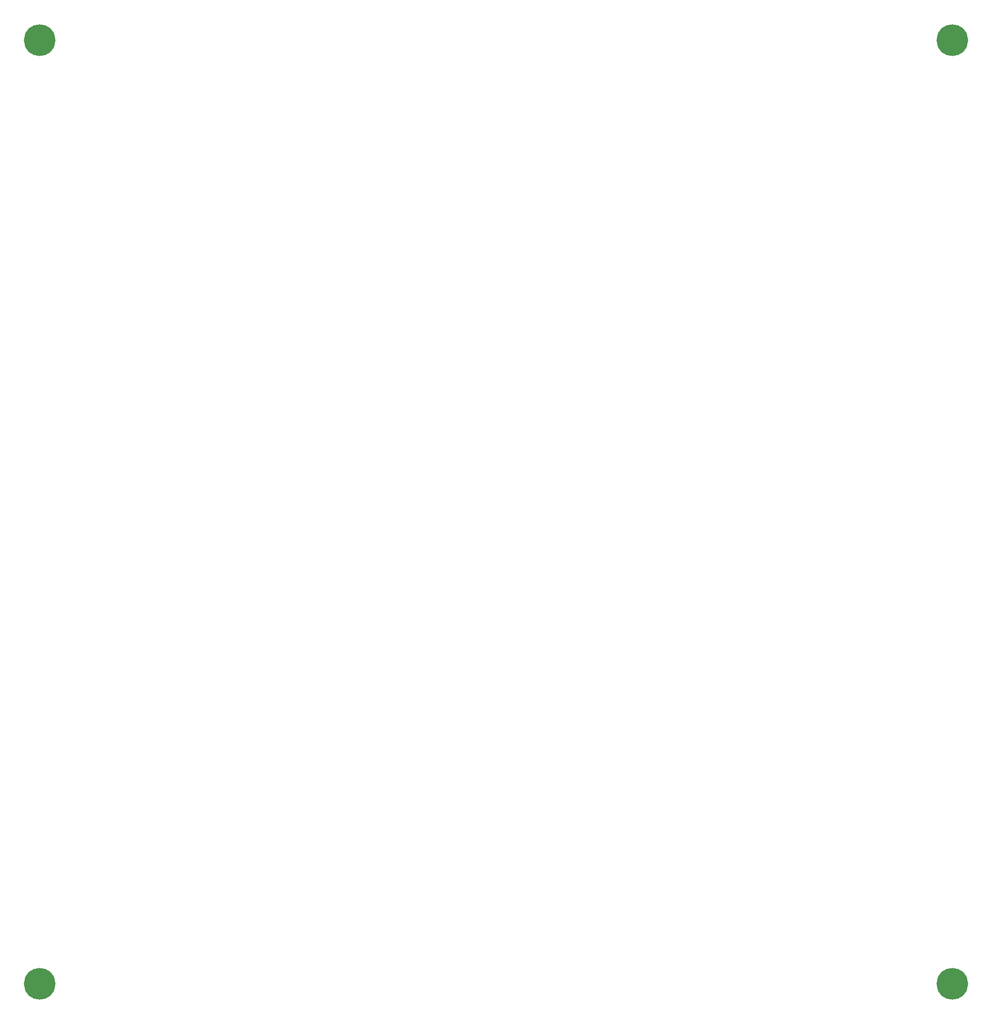
<source format=gbs>
%MOIN*%
%OFA0B0*%
%FSLAX44Y44*%
%IPPOS*%
%LPD*%
%ADD10C,0.20472440944881892*%
D10*
X00001968Y00001968D03*
X00061023Y00001968D03*
X00061023Y00062992D03*
X00001968Y00062992D03*
M02*
</source>
